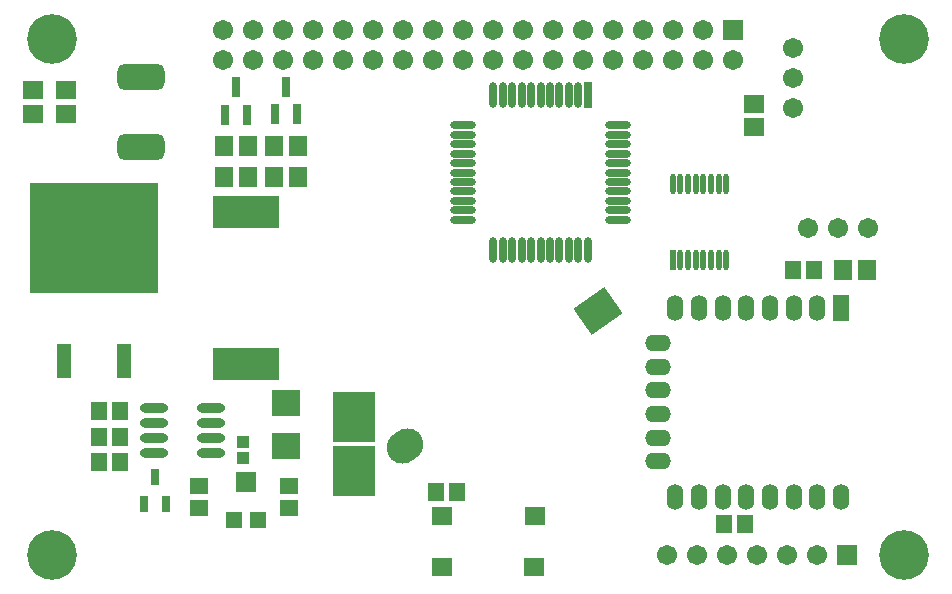
<source format=gts>
G04*
G04 #@! TF.GenerationSoftware,Altium Limited,Altium Designer,18.1.11 (251)*
G04*
G04 Layer_Color=8388736*
%FSLAX25Y25*%
%MOIN*%
G70*
G01*
G75*
%ADD15R,0.04343X0.03950*%
%ADD16R,0.05524X0.06312*%
%ADD17R,0.06312X0.06706*%
%ADD18R,0.03162X0.05328*%
%ADD19R,0.09400X0.08800*%
%ADD20R,0.22060X0.10800*%
%ADD21R,0.05524X0.05524*%
%ADD22R,0.07099X0.06706*%
%ADD23O,0.09461X0.03162*%
%ADD24R,0.06312X0.05524*%
%ADD25R,0.14186X0.16548*%
%ADD26R,0.07099X0.05918*%
G04:AMPARAMS|DCode=27|XSize=126.11mil|YSize=106.42mil|CornerRadius=0mil|HoleSize=0mil|Usage=FLASHONLY|Rotation=215.000|XOffset=0mil|YOffset=0mil|HoleType=Round|Shape=Rectangle|*
%AMROTATEDRECTD27*
4,1,4,0.02113,0.07976,0.08217,-0.00742,-0.02113,-0.07976,-0.08217,0.00742,0.02113,0.07976,0.0*
%
%ADD27ROTATEDRECTD27*%

G04:AMPARAMS|DCode=28|XSize=126.11mil|YSize=106.42mil|CornerRadius=0mil|HoleSize=0mil|Usage=FLASHONLY|Rotation=215.000|XOffset=0mil|YOffset=0mil|HoleType=Round|Shape=Round|*
%AMOVALD28*
21,1,0.01968,0.10642,0.00000,0.00000,215.0*
1,1,0.10642,0.00806,0.00564*
1,1,0.10642,-0.00806,-0.00564*
%
%ADD28OVALD28*%

%ADD29R,0.01981X0.06706*%
%ADD30O,0.01981X0.06706*%
%ADD31O,0.08674X0.05524*%
%ADD32O,0.05524X0.08674*%
%ADD33R,0.05524X0.08674*%
%ADD34R,0.06706X0.06312*%
%ADD35R,0.03162X0.06509*%
%ADD36R,0.02572X0.08674*%
%ADD37O,0.02572X0.08674*%
%ADD38O,0.08674X0.02572*%
%ADD39R,0.05131X0.11430*%
%ADD40R,0.42926X0.37021*%
%ADD41C,0.06706*%
%ADD42R,0.06706X0.06706*%
G04:AMPARAMS|DCode=43|XSize=158mil|YSize=86.74mil|CornerRadius=23.68mil|HoleSize=0mil|Usage=FLASHONLY|Rotation=0.000|XOffset=0mil|YOffset=0mil|HoleType=Round|Shape=RoundedRectangle|*
%AMROUNDEDRECTD43*
21,1,0.15800,0.03937,0,0,0.0*
21,1,0.11063,0.08674,0,0,0.0*
1,1,0.04737,0.05531,-0.01968*
1,1,0.04737,-0.05531,-0.01968*
1,1,0.04737,-0.05531,0.01968*
1,1,0.04737,0.05531,0.01968*
%
%ADD43ROUNDEDRECTD43*%
%ADD44C,0.16548*%
D15*
X320000Y341744D02*
D03*
Y347256D02*
D03*
D16*
X510543Y404500D02*
D03*
X503457D02*
D03*
X384457Y330500D02*
D03*
X391543D02*
D03*
X487543Y320000D02*
D03*
X480457D02*
D03*
X279043Y357378D02*
D03*
X271957D02*
D03*
Y349000D02*
D03*
X279043D02*
D03*
Y340500D02*
D03*
X271957D02*
D03*
D17*
X527937Y404500D02*
D03*
X520063D02*
D03*
X321769Y445949D02*
D03*
X313895D02*
D03*
X338437D02*
D03*
X330563D02*
D03*
X313895Y435449D02*
D03*
X321769D02*
D03*
X330563D02*
D03*
X338437D02*
D03*
D18*
X290784Y335429D02*
D03*
X294524Y326571D02*
D03*
X287044D02*
D03*
D19*
X334500Y360250D02*
D03*
Y345750D02*
D03*
D20*
X321000Y423697D02*
D03*
Y373303D02*
D03*
D21*
X317063Y321201D02*
D03*
X324937D02*
D03*
D22*
X321000Y333996D02*
D03*
D23*
X309449Y343500D02*
D03*
Y348500D02*
D03*
Y353500D02*
D03*
Y358500D02*
D03*
X290551Y343500D02*
D03*
Y348500D02*
D03*
Y353500D02*
D03*
Y358500D02*
D03*
D24*
X335500Y325335D02*
D03*
Y332421D02*
D03*
X305500Y325335D02*
D03*
Y332421D02*
D03*
D25*
X357000Y355358D02*
D03*
Y337642D02*
D03*
D26*
X417000Y305500D02*
D03*
X386500D02*
D03*
X417500Y322500D02*
D03*
X386500D02*
D03*
D27*
X438482Y390988D02*
D03*
D28*
X373982Y345825D02*
D03*
D29*
X463264Y407830D02*
D03*
D30*
X465823D02*
D03*
X468382D02*
D03*
X470941D02*
D03*
X473500D02*
D03*
X476059D02*
D03*
X478618D02*
D03*
X481177D02*
D03*
X463264Y433027D02*
D03*
X465823D02*
D03*
X468382D02*
D03*
X470941D02*
D03*
X473500D02*
D03*
X476059D02*
D03*
X478618D02*
D03*
X481177D02*
D03*
D31*
X458382Y340740D02*
D03*
Y348614D02*
D03*
Y356488D02*
D03*
Y364362D02*
D03*
Y372236D02*
D03*
Y380110D02*
D03*
D32*
X464256Y329000D02*
D03*
X472130D02*
D03*
X480004D02*
D03*
X487878D02*
D03*
X495752D02*
D03*
X503626D02*
D03*
X511500D02*
D03*
X519374D02*
D03*
X464256Y391992D02*
D03*
X472130D02*
D03*
X480004D02*
D03*
X487878D02*
D03*
X495752D02*
D03*
X503626D02*
D03*
X511500D02*
D03*
D33*
X519374D02*
D03*
D34*
X490500Y459937D02*
D03*
Y452063D02*
D03*
X261000Y456563D02*
D03*
Y464437D02*
D03*
X250000Y456563D02*
D03*
Y464437D02*
D03*
D35*
X317832Y465575D02*
D03*
X321572Y456323D02*
D03*
X314092D02*
D03*
X334500Y465626D02*
D03*
X338240Y456374D02*
D03*
X330760D02*
D03*
D36*
X435036Y462787D02*
D03*
D37*
X431886D02*
D03*
X428736D02*
D03*
X425587D02*
D03*
X422437D02*
D03*
X419287D02*
D03*
X416138D02*
D03*
X412988D02*
D03*
X409839D02*
D03*
X406689D02*
D03*
X403539D02*
D03*
Y411213D02*
D03*
X406689D02*
D03*
X409839D02*
D03*
X412988D02*
D03*
X416138D02*
D03*
X419287D02*
D03*
X422437D02*
D03*
X425587D02*
D03*
X428736D02*
D03*
X431886D02*
D03*
X435036D02*
D03*
D38*
X393500Y452748D02*
D03*
Y449598D02*
D03*
Y446449D02*
D03*
Y443299D02*
D03*
Y440150D02*
D03*
Y437000D02*
D03*
Y433850D02*
D03*
Y430701D02*
D03*
Y427551D02*
D03*
Y424402D02*
D03*
Y421252D02*
D03*
X445075D02*
D03*
Y424402D02*
D03*
Y427551D02*
D03*
Y430701D02*
D03*
Y433850D02*
D03*
Y437000D02*
D03*
Y440150D02*
D03*
Y443299D02*
D03*
Y446449D02*
D03*
Y449598D02*
D03*
Y452748D02*
D03*
D39*
X260500Y374031D02*
D03*
X280500D02*
D03*
D40*
X270500Y415173D02*
D03*
D41*
X508500Y418500D02*
D03*
X518500D02*
D03*
X528500D02*
D03*
X461500Y309500D02*
D03*
X471500D02*
D03*
X481500D02*
D03*
X491500D02*
D03*
X511500D02*
D03*
X501500D02*
D03*
X503350Y458436D02*
D03*
Y468436D02*
D03*
Y478436D02*
D03*
X483500Y474500D02*
D03*
X473500Y484500D02*
D03*
Y474500D02*
D03*
X463500Y484500D02*
D03*
Y474500D02*
D03*
X453500Y484500D02*
D03*
Y474500D02*
D03*
X443500Y484500D02*
D03*
Y474500D02*
D03*
X433500Y484500D02*
D03*
Y474500D02*
D03*
X423500Y484500D02*
D03*
Y474500D02*
D03*
X413500Y484500D02*
D03*
Y474500D02*
D03*
X403500Y484500D02*
D03*
Y474500D02*
D03*
X393500Y484500D02*
D03*
Y474500D02*
D03*
X383500Y484500D02*
D03*
Y474500D02*
D03*
X373500Y484500D02*
D03*
Y474500D02*
D03*
X363500Y484500D02*
D03*
Y474500D02*
D03*
X353500Y484500D02*
D03*
Y474500D02*
D03*
X343500Y484500D02*
D03*
Y474500D02*
D03*
X333500Y484500D02*
D03*
Y474500D02*
D03*
X323500Y484500D02*
D03*
Y474500D02*
D03*
X313500Y484500D02*
D03*
Y474500D02*
D03*
D42*
X521500Y309500D02*
D03*
X483500Y484500D02*
D03*
D43*
X286000Y469000D02*
D03*
Y445378D02*
D03*
D44*
X540500Y481500D02*
D03*
X256500Y309500D02*
D03*
X540500D02*
D03*
X256500Y481500D02*
D03*
M02*

</source>
